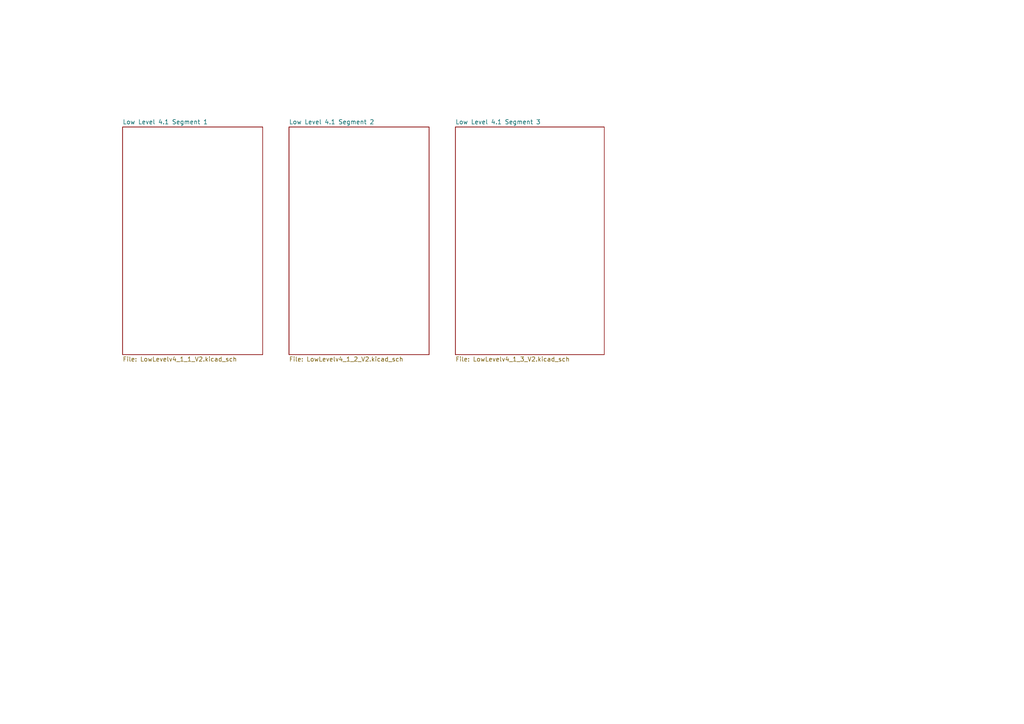
<source format=kicad_sch>
(kicad_sch (version 20230121) (generator eeschema)

  (uuid d045d594-5e9c-4d0c-a67a-c741310f8a5e)

  (paper "A4")

  (lib_symbols
  )


  (sheet (at 132.08 36.83) (size 43.18 66.04) (fields_autoplaced)
    (stroke (width 0.1524) (type solid))
    (fill (color 0 0 0 0.0000))
    (uuid 1a0ed3e7-96f2-408e-b32f-6b43ab44c27b)
    (property "Sheetname" "Low Level 4.1 Segment 3" (at 132.08 36.1184 0)
      (effects (font (size 1.27 1.27)) (justify left bottom))
    )
    (property "Sheetfile" "LowLevelv4_1_3_V2.kicad_sch" (at 132.08 103.4546 0)
      (effects (font (size 1.27 1.27)) (justify left top))
    )
    (instances
      (project "LowLevelv4_1_V2"
        (path "/d045d594-5e9c-4d0c-a67a-c741310f8a5e" (page "4"))
      )
    )
  )

  (sheet (at 35.56 36.83) (size 40.64 66.04) (fields_autoplaced)
    (stroke (width 0.1524) (type solid))
    (fill (color 0 0 0 0.0000))
    (uuid 5cd70ab5-fe5b-4c44-b997-a434eeb9256d)
    (property "Sheetname" "Low Level 4.1 Segment 1" (at 35.56 36.1184 0)
      (effects (font (size 1.27 1.27)) (justify left bottom))
    )
    (property "Sheetfile" "LowLevelv4_1_1_V2.kicad_sch" (at 35.56 103.4546 0)
      (effects (font (size 1.27 1.27)) (justify left top))
    )
    (instances
      (project "LowLevelv4_1_V2"
        (path "/d045d594-5e9c-4d0c-a67a-c741310f8a5e" (page "2"))
      )
    )
  )

  (sheet (at 83.82 36.83) (size 40.64 66.04) (fields_autoplaced)
    (stroke (width 0.1524) (type solid))
    (fill (color 0 0 0 0.0000))
    (uuid bd780936-a4cf-4ca3-b9f8-5cb584b99ab7)
    (property "Sheetname" "Low Level 4.1 Segment 2" (at 83.82 36.1184 0)
      (effects (font (size 1.27 1.27)) (justify left bottom))
    )
    (property "Sheetfile" "LowLevelv4_1_2_V2.kicad_sch" (at 83.82 103.4546 0)
      (effects (font (size 1.27 1.27)) (justify left top))
    )
    (instances
      (project "LowLevelv4_1_V2"
        (path "/d045d594-5e9c-4d0c-a67a-c741310f8a5e" (page "3"))
      )
    )
  )

  (sheet_instances
    (path "/" (page "1"))
  )
)

</source>
